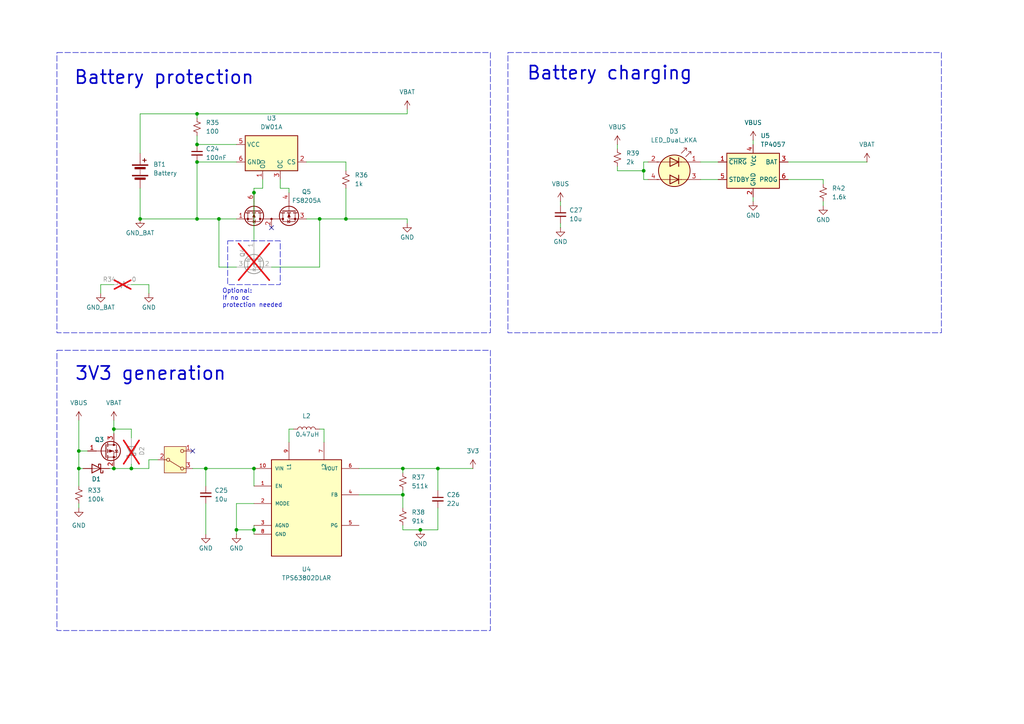
<source format=kicad_sch>
(kicad_sch (version 20250114) (generator "eeschema") (generator_version "9.0")
  (paper "A4")
  (title_block (title "Power") (date "2025-07-15") (rev "V0.1") (company "Afonso Muralha"))
  (lib_symbols
    (symbol "Battery_Management:DW01A"
      (property "Reference" "U" (at -6.604 6.35 0))
      (property "Value" "DW01A" (at 4.318 6.604 0))
      (symbol "DW01A_0_1"
        (pin power_in line (at -10.16 2.54 0) (length 2.54) (name "VCC") (number "5"))
        (pin power_in line (at -10.16 -2.54 0) (length 2.54) (name "GND") (number "6"))
        (pin output line (at -2.54 -7.62 90) (length 2.54) (name "OD") (number "1"))
        (pin output line (at 2.54 -7.62 90) (length 2.54) (name "OC") (number "3"))
        (pin input line (at 10.16 -2.54 180) (length 2.54) (name "CS") (number "2"))
      )
      (symbol "DW01A_1_1"
        (rectangle (start -7.62 5.08) (end 7.62 -5.08) (stroke (width 0.254)) (fill (type background)))
        (pin no_connect line (at 10.16 2.54 180) (length 2.54) (hide yes) (name "TD") (number "4"))
      )
    )
    (symbol "Battery_Management:TP4057"
      (property "Reference" "U" (at -6.35 6.604 0))
      (property "Value" "TP4057" (at 1.524 6.604 0))
      (symbol "TP4057_0_1"
        (rectangle (start -7.62 5.08) (end 7.62 -5.08) (stroke (width 0.254)) (fill (type background)))
      )
      (symbol "TP4057_1_1"
        (pin open_collector line (at -10.16 2.54 0) (length 2.54) (name "~{CHRG}") (number "1"))
        (pin open_collector line (at -10.16 -2.54 0) (length 2.54) (name "STDBY") (number "5"))
        (pin power_in line (at 0 7.62 270) (length 2.54) (name "V_{CC}") (number "4"))
        (pin power_in line (at 0 -7.62 90) (length 2.54) (name "GND") (number "2"))
        (pin power_out line (at 10.16 2.54 180) (length 2.54) (name "BAT") (number "3"))
        (pin passive line (at 10.16 -2.54 180) (length 2.54) (name "PROG") (number "6"))
      )
    )
    (symbol "Bongo-Cat-Fidget-Toy:TPS63802DLAR" (pin_names (offset 1.016))
      (property "Reference" "U" (at -10.16 13.97 0))
      (property "Value" "TPS63802DLAR" (at -10.16 -16.51 0))
      (symbol "TPS63802DLAR_0_0"
        (rectangle (start -10.16 -15.24) (end 10.16 12.7) (stroke (width 0.254)) (fill (type background)))
        (pin input line (at -15.24 10.16 0) (length 5.08) (name "VIN") (number "10"))
        (pin input line (at -15.24 5.08 0) (length 5.08) (name "EN") (number "1"))
        (pin input line (at -15.24 0 0) (length 5.08) (name "MODE") (number "2"))
        (pin power_in line (at -15.24 -6.35 0) (length 5.08) (name "AGND") (number "3"))
        (pin power_in line (at -15.24 -8.89 0) (length 5.08) (name "GND") (number "8"))
        (pin passive line (at -5.08 17.78 270) (length 5.08) (name "L1") (number "9"))
        (pin passive line (at 5.08 17.78 270) (length 5.08) (name "L2") (number "7"))
        (pin output line (at 15.24 10.16 180) (length 5.08) (name "VOUT") (number "6"))
        (pin input line (at 15.24 2.54 180) (length 5.08) (name "FB") (number "4"))
        (pin output line (at 15.24 -6.35 180) (length 5.08) (name "PG") (number "5"))
      )
    )
    (symbol "Device:Battery" (pin_numbers (hide yes)) (pin_names (offset 0) (hide yes))
      (property "Reference" "BT" (at 2.54 2.54 0))
      (property "Value" "Battery" (at 2.54 0 0))
      (symbol "Battery_0_1"
        (rectangle (start -2.286 1.778) (end 2.286 1.524) (fill (type outline)))
        (rectangle (start -2.286 -1.27) (end 2.286 -1.524) (fill (type outline)))
        (rectangle (start -1.524 1.016) (end 1.524 0.508) (fill (type outline)))
        (rectangle (start -1.524 -2.032) (end 1.524 -2.54) (fill (type outline)))
        (polyline (pts (xy 0 1.778) (xy 0 2.54)))
        (polyline (pts (xy 0 0) (xy 0 0.254)))
        (polyline (pts (xy 0 -0.508) (xy 0 -0.254)))
        (polyline (pts (xy 0 -1.016) (xy 0 -0.762)))
        (polyline (pts (xy 0.762 3.048) (xy 1.778 3.048)) (stroke (width 0.254)))
        (polyline (pts (xy 1.27 3.556) (xy 1.27 2.54)) (stroke (width 0.254)))
      )
      (symbol "Battery_1_1"
        (pin passive line (at 0 5.08 270) (length 2.54) (name "+") (number "1"))
        (pin passive line (at 0 -5.08 90) (length 2.54) (name "-") (number "2"))
      )
    )
    (symbol "Device:C_Small" (pin_numbers (hide yes)) (pin_names (offset 0.254) (hide yes))
      (property "Reference" "C" (at 0.254 1.778 0))
      (property "Value" "C_Small" (at 0.254 -2.032 0))
      (symbol "C_Small_0_1"
        (polyline (pts (xy -1.524 0.508) (xy 1.524 0.508)) (stroke (width 0.3048)))
        (polyline (pts (xy -1.524 -0.508) (xy 1.524 -0.508)) (stroke (width 0.3302)))
      )
      (symbol "C_Small_1_1"
        (pin passive line (at 0 2.54 270) (length 2.032) (name "~") (number "1"))
        (pin passive line (at 0 -2.54 90) (length 2.032) (name "~") (number "2"))
      )
    )
    (symbol "Device:D_Schottky" (pin_numbers (hide yes)) (pin_names (offset 1.016) (hide yes))
      (property "Reference" "D" (at 0 2.54 0))
      (property "Value" "D_Schottky" (at 0 -2.54 0))
      (symbol "D_Schottky_0_1"
        (polyline (pts (xy -1.905 0.635) (xy -1.905 1.27) (xy -1.27 1.27) (xy -1.27 -1.27) (xy -0.635 -1.27) (xy -0.635 -0.635)) (stroke (width 0.254)))
        (polyline (pts (xy 1.27 1.27) (xy 1.27 -1.27) (xy -1.27 0) (xy 1.27 1.27)) (stroke (width 0.254)))
        (polyline (pts (xy 1.27 0) (xy -1.27 0)))
      )
      (symbol "D_Schottky_1_1"
        (pin passive line (at -3.81 0 0) (length 2.54) (name "K") (number "1"))
        (pin passive line (at 3.81 0 180) (length 2.54) (name "A") (number "2"))
      )
    )
    (symbol "Device:L" (pin_numbers (hide yes)) (pin_names (offset 1.016) (hide yes))
      (property "Reference" "L" (at -1.27 0 90))
      (property "Value" "L" (at 1.905 0 90))
      (symbol "L_0_1"
        (arc (start 0 2.54) (mid 0.6323 1.905) (end 0 1.27))
        (arc (start 0 1.27) (mid 0.6323 0.635) (end 0 0))
        (arc (start 0 0) (mid 0.6323 -0.635) (end 0 -1.27))
        (arc (start 0 -1.27) (mid 0.6323 -1.905) (end 0 -2.54))
      )
      (symbol "L_1_1"
        (pin passive line (at 0 3.81 270) (length 1.27) (name "1") (number "1"))
        (pin passive line (at 0 -3.81 90) (length 1.27) (name "2") (number "2"))
      )
    )
    (symbol "Device:LED_Dual_AAKK" (pin_names (offset 0) (hide yes))
      (property "Reference" "D2" (at -0.127 11.43 0))
      (property "Value" "LED_Dual_KKA" (at -0.127 8.89 0))
      (symbol "LED_Dual_AAKK_0_1"
        (polyline (pts (xy -5.08 2.54) (xy 2.032 2.54)))
        (polyline (pts (xy -5.08 -2.54) (xy 2.032 -2.54)))
        (polyline (pts (xy -1.27 3.81) (xy -1.27 1.27) (xy 1.27 2.54) (xy -1.27 3.81)) (stroke (width 0.254)))
        (polyline (pts (xy -1.27 -1.27) (xy -1.27 -3.81) (xy 1.27 -2.54) (xy -1.27 -1.27)) (stroke (width 0.254)))
        (circle (center 0 0) (radius 4.572) (stroke (width 0.254)) (fill (type background)))
        (polyline (pts (xy 1.27 3.81) (xy 1.27 1.27)) (stroke (width 0.254)))
        (polyline (pts (xy 1.27 -1.27) (xy 1.27 -3.81)) (stroke (width 0.254)))
        (polyline (pts (xy 2.032 5.08) (xy 3.556 6.604) (xy 2.794 6.604) (xy 3.556 6.604) (xy 3.556 5.842)))
        (polyline (pts (xy 3.302 4.064) (xy 4.826 5.588) (xy 4.064 5.588) (xy 4.826 5.588) (xy 4.826 4.826)))
        (polyline (pts (xy 3.81 2.54) (xy 1.905 2.54)))
        (polyline (pts (xy 3.81 -2.54) (xy 1.905 -2.54)))
      )
      (symbol "LED_Dual_AAKK_1_1"
        (pin input line (at -7.62 2.54 0) (length 3.048) (name "A1") (number "2"))
        (pin input line (at -7.62 -2.54 0) (length 3.048) (name "A2") (number "4"))
        (pin input line (at 7.62 2.54 180) (length 3.81) (name "K1") (number "1"))
        (pin input line (at 7.62 -2.54 180) (length 3.81) (name "K2") (number "3"))
      )
    )
    (symbol "Device:Q_PMOS_GSD" (pin_names (offset 0) (hide yes))
      (property "Reference" "Q" (at 5.08 1.27 0))
      (property "Value" "Q_PMOS_GSD" (at 5.08 -1.27 0))
      (symbol "Q_PMOS_GSD_0_1"
        (polyline (pts (xy 0.254 1.905) (xy 0.254 -1.905)) (stroke (width 0.254)))
        (polyline (pts (xy 0.254 0) (xy -2.54 0)))
        (polyline (pts (xy 0.762 2.286) (xy 0.762 1.27)) (stroke (width 0.254)))
        (polyline (pts (xy 0.762 1.778) (xy 3.302 1.778) (xy 3.302 -1.778) (xy 0.762 -1.778)))
        (polyline (pts (xy 0.762 0.508) (xy 0.762 -0.508)) (stroke (width 0.254)))
        (polyline (pts (xy 0.762 -1.27) (xy 0.762 -2.286)) (stroke (width 0.254)))
        (circle (center 1.651 0) (radius 2.794) (stroke (width 0.254)))
        (polyline (pts (xy 2.286 0) (xy 1.27 0.381) (xy 1.27 -0.381) (xy 2.286 0)) (fill (type outline)))
        (polyline (pts (xy 2.54 2.54) (xy 2.54 1.778)))
        (circle (center 2.54 1.778) (radius 0.254) (fill (type outline)))
        (circle (center 2.54 -1.778) (radius 0.254) (fill (type outline)))
        (polyline (pts (xy 2.54 -2.54) (xy 2.54 0) (xy 0.762 0)))
        (polyline (pts (xy 2.794 -0.508) (xy 2.921 -0.381) (xy 3.683 -0.381) (xy 3.81 -0.254)))
        (polyline (pts (xy 3.302 -0.381) (xy 2.921 0.254) (xy 3.683 0.254) (xy 3.302 -0.381)))
      )
      (symbol "Q_PMOS_GSD_1_1"
        (pin input line (at -5.08 0 0) (length 2.54) (name "G") (number "1"))
        (pin passive line (at 2.54 5.08 270) (length 2.54) (name "D") (number "3"))
        (pin passive line (at 2.54 -5.08 90) (length 2.54) (name "S") (number "2"))
      )
    )
    (symbol "Device:R_Small_US" (pin_numbers (hide yes)) (pin_names (offset 0.254) (hide yes))
      (property "Reference" "R" (at 0.762 0.508 0))
      (property "Value" "R_Small_US" (at 0.762 -1.016 0))
      (symbol "R_Small_US_1_1"
        (polyline (pts (xy 0 1.524) (xy 1.016 1.143) (xy 0 0.762) (xy -1.016 0.381) (xy 0 0)))
        (polyline (pts (xy 0 0) (xy 1.016 -0.381) (xy 0 -0.762) (xy -1.016 -1.143) (xy 0 -1.524)))
        (pin passive line (at 0 2.54 270) (length 1.016) (name "~") (number "1"))
        (pin passive line (at 0 -2.54 90) (length 1.016) (name "~") (number "2"))
      )
    )
    (symbol "Switch:SW_SPDT_321" (pin_names (offset 1) (hide yes))
      (property "Reference" "SW" (at 0 5.08 0))
      (property "Value" "SW_SPDT_321" (at 0 -5.08 0))
      (symbol "SW_SPDT_321_0_1"
        (circle (center -2.032 0) (radius 0.4572))
        (polyline (pts (xy -1.651 0.254) (xy 1.651 2.286)))
        (circle (center 2.032 2.54) (radius 0.4572))
        (circle (center 2.032 -2.54) (radius 0.4572))
      )
      (symbol "SW_SPDT_321_1_1"
        (rectangle (start -3.175 3.81) (end 3.175 -3.81) (fill (type background)))
        (pin passive line (at -5.08 0 0) (length 2.54) (name "B") (number "2"))
        (pin passive line (at 5.08 2.54 180) (length 2.54) (name "A") (number "3"))
        (pin passive line (at 5.08 -2.54 180) (length 2.54) (name "C") (number "1"))
      )
    )
    (symbol "Transistor_FET:DMG9926UDM" (pin_names (hide yes))
      (property "Reference" "Q" (at 2.54 6.985 0))
      (property "Value" "DMG9926UDM" (at 2.54 5.08 0))
      (symbol "DMG9926UDM_0_1"
        (polyline (pts (xy -2.286 5.08) (xy -5.08 5.08)))
        (polyline (pts (xy -2.286 3.175) (xy -2.286 6.985)) (stroke (width 0.254)))
        (polyline (pts (xy -1.778 6.858) (xy 0.762 6.858) (xy 0.762 3.302) (xy -1.778 3.302)))
        (polyline (pts (xy -1.778 6.35) (xy -1.778 7.366)) (stroke (width 0.254)))
        (polyline (pts (xy -1.778 4.572) (xy -1.778 5.588)) (stroke (width 0.254)))
        (polyline (pts (xy -1.778 2.794) (xy -1.778 3.81)) (stroke (width 0.254)))
        (polyline (pts (xy -1.524 5.08) (xy -0.508 4.699) (xy -0.508 5.461) (xy -1.524 5.08)) (fill (type outline)))
        (circle (center -0.889 5.08) (radius 2.794) (stroke (width 0.254)))
        (polyline (pts (xy 0 7.62) (xy 0 5.08) (xy -1.778 5.08)))
        (circle (center 0 6.858) (radius 0.254) (fill (type outline)))
        (circle (center 0 3.302) (radius 0.254) (fill (type outline)))
        (polyline (pts (xy 0 -3.302) (xy 0 3.302)))
        (polyline (pts (xy 0.254 4.572) (xy 0.381 4.699) (xy 1.143 4.699) (xy 1.27 4.826)))
        (polyline (pts (xy 0.762 4.699) (xy 0.381 5.334) (xy 1.143 5.334) (xy 0.762 4.699)))
      )
      (symbol "DMG9926UDM_1_1"
        (polyline (pts (xy -2.286 -3.175) (xy -2.286 -6.985)) (stroke (width 0.254)))
        (polyline (pts (xy -2.286 -5.08) (xy -5.08 -5.08)))
        (polyline (pts (xy -1.778 -2.794) (xy -1.778 -3.81)) (stroke (width 0.254)))
        (polyline (pts (xy -1.778 -4.572) (xy -1.778 -5.588)) (stroke (width 0.254)))
        (polyline (pts (xy -1.778 -6.35) (xy -1.778 -7.366)) (stroke (width 0.254)))
        (polyline (pts (xy -1.778 -6.858) (xy 0.762 -6.858) (xy 0.762 -3.302) (xy -1.778 -3.302)))
        (polyline (pts (xy -1.524 -5.08) (xy -0.508 -4.699) (xy -0.508 -5.461) (xy -1.524 -5.08)) (fill (type outline)))
        (circle (center -0.889 -5.08) (radius 2.794) (stroke (width 0.254)))
        (circle (center 0 0) (radius 0.254) (fill (type outline)))
        (circle (center 0 -3.302) (radius 0.254) (fill (type outline)))
        (circle (center 0 -6.858) (radius 0.254) (fill (type outline)))
        (polyline (pts (xy 0 -7.62) (xy 0 -5.08) (xy -1.778 -5.08)))
        (polyline (pts (xy 0.254 -4.572) (xy 0.381 -4.699) (xy 1.143 -4.699) (xy 1.27 -4.826)))
        (polyline (pts (xy 0.762 -4.699) (xy 0.381 -5.334) (xy 1.143 -5.334) (xy 0.762 -4.699)))
        (pin input line (at -7.62 5.08 0) (length 2.54) (name "G1") (number "6"))
        (pin input line (at -7.62 -5.08 0) (length 2.54) (name "G2") (number "4"))
        (pin passive line (at 0 10.16 270) (length 2.54) (name "D1") (number "1"))
        (pin passive line (at 0 -10.16 90) (length 2.54) (name "S2") (number "3"))
        (pin passive line (at 2.54 0 180) (length 2.54) (name "S1/D2") (number "2"))
        (pin passive line (at 2.54 0 180) (length 2.54) (hide yes) (name "S1/D2") (number "5"))
      )
    )
    (symbol "power:+3.3V" (power) (pin_numbers (hide yes)) (pin_names (offset 0) (hide yes))
      (property "Value" "+3.3V" (at 0 3.556 0))
      (symbol "+3.3V_0_1"
        (polyline (pts (xy -0.762 1.27) (xy 0 2.54)))
        (polyline (pts (xy 0 2.54) (xy 0.762 1.27)))
        (polyline (pts (xy 0 0) (xy 0 2.54)))
      )
      (symbol "+3.3V_1_1"
        (pin power_in line (at 0 0 90) (length 0) (name "~") (number "1"))
      )
    )
    (symbol "power:+BATT" (power) (pin_numbers (hide yes)) (pin_names (offset 0) (hide yes))
      (property "Value" "+BATT" (at 0 3.556 0))
      (symbol "+BATT_0_1"
        (polyline (pts (xy -0.762 1.27) (xy 0 2.54)))
        (polyline (pts (xy 0 2.54) (xy 0.762 1.27)))
        (polyline (pts (xy 0 0) (xy 0 2.54)))
      )
      (symbol "+BATT_1_1"
        (pin power_in line (at 0 0 90) (length 0) (name "~") (number "1"))
      )
    )
    (symbol "power:GND" (power) (pin_numbers (hide yes)) (pin_names (offset 0) (hide yes))
      (property "Value" "GND" (at 0 -3.81 0))
      (symbol "GND_0_1"
        (polyline (pts (xy 0 0) (xy 0 -1.27) (xy 1.27 -1.27) (xy 0 -2.54) (xy -1.27 -1.27) (xy 0 -1.27)))
      )
      (symbol "GND_1_1"
        (pin power_in line (at 0 0 270) (length 0) (name "~") (number "1"))
      )
    )
    (symbol "power:VBUS" (power) (pin_numbers (hide yes)) (pin_names (offset 0) (hide yes))
      (property "Value" "VBUS" (at 0 3.556 0))
      (symbol "VBUS_0_1"
        (polyline (pts (xy -0.762 1.27) (xy 0 2.54)))
        (polyline (pts (xy 0 2.54) (xy 0.762 1.27)))
        (polyline (pts (xy 0 0) (xy 0 2.54)))
      )
      (symbol "VBUS_1_1"
        (pin power_in line (at 0 0 90) (length 0) (name "~") (number "1"))
      )
    )
  )
  (rectangle (start 147.32 15.24) (end 273.05 96.52) (stroke (width 0) (type dash)))
  (rectangle (start 16.51 101.6) (end 142.24 182.88) (stroke (width 0) (type dash)))
  (rectangle (start 16.51 15.24) (end 142.24 96.52) (stroke (width 0) (type dash)))
  (rectangle (start 66.04 69.85) (end 81.28 82.55) (stroke (width 0) (type dash)))
  (text "3V3 generation" (at 21.59 108.458 0) (effects (font (size 3.81 3.81) (thickness 0.4763)) (justify left)))
  (text "Battery charging" (at 152.654 21.336 0) (effects (font (size 3.81 3.81) (thickness 0.4763)) (justify left)))
  (text "Battery protection" (at 21.336 22.606 0) (effects (font (size 3.81 3.81) (thickness 0.4763)) (justify left)))
  (text_box "Optional:\nIf no oc protection needed\n" (at 63.5 82.55 0) (size 20.32 7.62) (margins 0.9525 0.9525 0.9525 0.9525) (stroke (width -0.0001)) (effects (font (size 1.27 1.27)) (justify left top)))
  (junction (at 116.84 143.51))
  (junction (at 121.92 153.67))
  (junction (at 127 135.89))
  (junction (at 63.5 63.5))
  (junction (at 33.02 124.46))
  (junction (at 57.15 33.02))
  (junction (at 73.66 55.88))
  (junction (at 73.66 135.89))
  (junction (at 57.15 41.91))
  (junction (at 59.69 135.89))
  (junction (at 22.86 135.89))
  (junction (at 68.58 153.67))
  (junction (at 38.1 135.89))
  (junction (at 100.33 63.5))
  (junction (at 40.64 63.5))
  (junction (at 57.15 63.5))
  (junction (at 186.69 49.53))
  (junction (at 57.15 46.99))
  (junction (at 92.71 63.5))
  (junction (at 33.02 135.89))
  (junction (at 73.66 153.67))
  (junction (at 22.86 130.81))
  (junction (at 116.84 135.89))
  (no_connect (at 78.74 66.04))
  (no_connect (at 55.88 130.81))
  (wire (pts (xy 186.69 46.99) (xy 187.96 46.99)))
  (wire (pts (xy 68.58 153.67) (xy 73.66 153.67)))
  (wire (pts (xy 127 147.32) (xy 127 153.67)))
  (wire (pts (xy 57.15 39.37) (xy 57.15 41.91)))
  (wire (pts (xy 83.82 54.61) (xy 83.82 55.88)))
  (wire (pts (xy 57.15 41.91) (xy 68.58 41.91)))
  (wire (pts (xy 63.5 77.47) (xy 68.58 77.47)))
  (wire (pts (xy 40.64 33.02) (xy 40.64 44.45)))
  (wire (pts (xy 57.15 33.02) (xy 118.11 33.02)))
  (wire (pts (xy 76.2 52.07) (xy 76.2 54.61)))
  (wire (pts (xy 68.58 146.05) (xy 68.58 153.67)))
  (wire (pts (xy 38.1 82.55) (xy 43.18 82.55)))
  (wire (pts (xy 22.86 121.92) (xy 22.86 130.81)))
  (wire (pts (xy 73.66 135.89) (xy 73.66 140.97)))
  (wire (pts (xy 179.07 41.91) (xy 179.07 43.18)))
  (wire (pts (xy 22.86 130.81) (xy 22.86 135.89)))
  (wire (pts (xy 73.66 153.67) (xy 73.66 154.94)))
  (wire (pts (xy 43.18 82.55) (xy 43.18 85.09)))
  (wire (pts (xy 118.11 63.5) (xy 118.11 64.77)))
  (wire (pts (xy 228.6 46.99) (xy 251.46 46.99)))
  (wire (pts (xy 116.84 142.24) (xy 116.84 143.51)))
  (wire (pts (xy 104.14 135.89) (xy 116.84 135.89)))
  (wire (pts (xy 55.88 135.89) (xy 59.69 135.89)))
  (wire (pts (xy 116.84 152.4) (xy 116.84 153.67)))
  (wire (pts (xy 73.66 152.4) (xy 73.66 153.67)))
  (wire (pts (xy 203.2 52.07) (xy 208.28 52.07)))
  (wire (pts (xy 92.71 63.5) (xy 100.33 63.5)))
  (wire (pts (xy 22.86 135.89) (xy 24.13 135.89)))
  (wire (pts (xy 22.86 135.89) (xy 22.86 140.97)))
  (wire (pts (xy 57.15 46.99) (xy 57.15 63.5)))
  (wire (pts (xy 40.64 63.5) (xy 57.15 63.5)))
  (wire (pts (xy 73.66 54.61) (xy 73.66 55.88)))
  (wire (pts (xy 33.02 121.92) (xy 33.02 124.46)))
  (wire (pts (xy 238.76 58.42) (xy 238.76 59.69)))
  (wire (pts (xy 29.21 82.55) (xy 29.21 85.09)))
  (wire (pts (xy 81.28 52.07) (xy 81.28 54.61)))
  (wire (pts (xy 218.44 40.64) (xy 218.44 41.91)))
  (wire (pts (xy 81.28 54.61) (xy 83.82 54.61)))
  (wire (pts (xy 92.71 124.46) (xy 93.98 124.46)))
  (wire (pts (xy 100.33 63.5) (xy 118.11 63.5)))
  (wire (pts (xy 59.69 135.89) (xy 59.69 140.97)))
  (wire (pts (xy 93.98 124.46) (xy 93.98 128.27)))
  (wire (pts (xy 228.6 52.07) (xy 238.76 52.07)))
  (wire (pts (xy 179.07 48.26) (xy 179.07 49.53)))
  (wire (pts (xy 116.84 135.89) (xy 116.84 137.16)))
  (wire (pts (xy 38.1 135.89) (xy 43.18 135.89)))
  (wire (pts (xy 31.75 135.89) (xy 33.02 135.89)))
  (wire (pts (xy 29.21 82.55) (xy 33.02 82.55)))
  (wire (pts (xy 116.84 143.51) (xy 116.84 147.32)))
  (wire (pts (xy 104.14 143.51) (xy 116.84 143.51)))
  (wire (pts (xy 73.66 54.61) (xy 76.2 54.61)))
  (wire (pts (xy 68.58 153.67) (xy 68.58 154.94)))
  (wire (pts (xy 203.2 46.99) (xy 208.28 46.99)))
  (wire (pts (xy 116.84 153.67) (xy 121.92 153.67)))
  (wire (pts (xy 22.86 130.81) (xy 25.4 130.81)))
  (wire (pts (xy 88.9 46.99) (xy 100.33 46.99)))
  (wire (pts (xy 179.07 49.53) (xy 186.69 49.53)))
  (wire (pts (xy 88.9 63.5) (xy 92.71 63.5)))
  (wire (pts (xy 57.15 33.02) (xy 57.15 34.29)))
  (wire (pts (xy 22.86 146.05) (xy 22.86 147.32)))
  (wire (pts (xy 100.33 46.99) (xy 100.33 49.53)))
  (wire (pts (xy 127 135.89) (xy 137.16 135.89)))
  (wire (pts (xy 116.84 135.89) (xy 127 135.89)))
  (wire (pts (xy 68.58 146.05) (xy 73.66 146.05)))
  (wire (pts (xy 127 135.89) (xy 127 142.24)))
  (wire (pts (xy 33.02 124.46) (xy 33.02 125.73)))
  (wire (pts (xy 186.69 52.07) (xy 187.96 52.07)))
  (wire (pts (xy 92.71 63.5) (xy 92.71 77.47)))
  (wire (pts (xy 40.64 33.02) (xy 57.15 33.02)))
  (wire (pts (xy 73.66 55.88) (xy 73.66 69.85)))
  (wire (pts (xy 121.92 153.67) (xy 127 153.67)))
  (wire (pts (xy 40.64 54.61) (xy 40.64 63.5)))
  (wire (pts (xy 218.44 57.15) (xy 218.44 58.42)))
  (wire (pts (xy 162.56 64.77) (xy 162.56 66.04)))
  (wire (pts (xy 59.69 135.89) (xy 73.66 135.89)))
  (wire (pts (xy 59.69 146.05) (xy 59.69 154.94)))
  (wire (pts (xy 162.56 58.42) (xy 162.56 59.69)))
  (wire (pts (xy 63.5 63.5) (xy 68.58 63.5)))
  (wire (pts (xy 43.18 133.35) (xy 43.18 135.89)))
  (wire (pts (xy 85.09 124.46) (xy 83.82 124.46)))
  (wire (pts (xy 186.69 46.99) (xy 186.69 49.53)))
  (wire (pts (xy 57.15 63.5) (xy 63.5 63.5)))
  (wire (pts (xy 38.1 134.62) (xy 38.1 135.89)))
  (wire (pts (xy 33.02 135.89) (xy 38.1 135.89)))
  (wire (pts (xy 38.1 127) (xy 38.1 124.46)))
  (wire (pts (xy 63.5 63.5) (xy 63.5 77.47)))
  (wire (pts (xy 45.72 133.35) (xy 43.18 133.35)))
  (wire (pts (xy 118.11 31.75) (xy 118.11 33.02)))
  (wire (pts (xy 78.74 77.47) (xy 92.71 77.47)))
  (wire (pts (xy 186.69 49.53) (xy 186.69 52.07)))
  (wire (pts (xy 57.15 46.99) (xy 68.58 46.99)))
  (wire (pts (xy 100.33 54.61) (xy 100.33 63.5)))
  (wire (pts (xy 33.02 124.46) (xy 38.1 124.46)))
  (wire (pts (xy 238.76 52.07) (xy 238.76 53.34)))
  (wire (pts (xy 83.82 124.46) (xy 83.82 128.27)))
  (symbol (lib_id "power:GND") (at 162.56 66.04 0) (unit 1)
    (property "Reference" "#PWR084" (effects (hide yes)))
    (property "Value" "GND" (at 162.56 70.104 0))
    (property "Description" "Power symbol creates a global label with name \"GND\" , ground" (effects (hide yes)))
  )
  (symbol (lib_id "power:GND") (at 29.21 85.09 0) (unit 1)
    (property "Reference" "#PWR073" (effects (hide yes)))
    (property "Value" "GND_BAT" (at 29.21 89.154 0))
    (property "Description" "Power symbol creates a global label with name \"GND\" , ground" (effects (hide yes)))
  )
  (symbol (lib_id "power:GND") (at 118.11 64.77 0) (unit 1)
    (property "Reference" "#PWR080" (effects (hide yes)))
    (property "Value" "GND" (at 118.11 68.834 0))
    (property "Description" "Power symbol creates a global label with name \"GND\" , ground" (effects (hide yes)))
  )
  (symbol (lib_id "Device:R_Small_US") (at 57.15 36.83 0) (unit 1)
    (property "Reference" "R35" (at 59.69 35.5599 0) (effects (justify left)))
    (property "Value" "100" (at 59.69 38.0999 0) (effects (justify left)))
    (property "Footprint" "Resistor_SMD:R_0402_1005Metric" (effects (hide yes)))
    (property "Description" "Resistor, small US symbol" (effects (hide yes)))
  )
  (symbol (lib_id "Device:R_Small_US") (at 35.56 82.55 90) (unit 1) (dnp yes)
    (property "Reference" "R34" (at 31.75 81.026 90))
    (property "Value" "0" (at 38.862 81.026 90))
    (property "Footprint" "Resistor_SMD:R_0402_1005Metric" (effects (hide yes)))
    (property "Description" "Resistor, small US symbol" (effects (hide yes)))
  )
  (symbol (lib_id "Device:C_Small") (at 59.69 143.51 0) (unit 1)
    (property "Reference" "C25" (at 62.23 142.2462 0) (effects (justify left)))
    (property "Value" "10u" (at 62.23 144.7862 0) (effects (justify left)))
    (property "Footprint" "Capacitor_SMD:C_0603_1608Metric" (effects (hide yes)))
    (property "LCSC" "C95839" (effects (hide yes)))
  )
  (symbol (lib_id "power:+BATT") (at 251.46 46.99 0) (unit 1)
    (property "Reference" "#PWR090" (effects (hide yes)))
    (property "Value" "VBAT" (at 251.46 41.91 0))
    (property "Description" "Power symbol creates a global label with name \"+BATT\"" (effects (hide yes)))
  )
  (symbol (lib_id "Device:R_Small_US") (at 179.07 45.72 0) (unit 1)
    (property "Reference" "R39" (at 181.61 44.4499 0) (effects (justify left)))
    (property "Value" "2k" (at 181.61 46.9899 0) (effects (justify left)))
    (property "Footprint" "Resistor_SMD:R_0402_1005Metric" (effects (hide yes)))
    (property "Description" "Resistor, small US symbol" (effects (hide yes)))
  )
  (symbol (lib_id "power:GND") (at 68.58 154.94 0) (unit 1)
    (property "Reference" "#PWR078" (effects (hide yes)))
    (property "Value" "GND" (at 68.58 159.004 0))
    (property "Description" "Power symbol creates a global label with name \"GND\" , ground" (effects (hide yes)))
  )
  (symbol (lib_id "Battery_Management:DW01A") (at 78.74 44.45 0) (unit 1)
    (property "Reference" "U3" (at 78.74 34.29 0))
    (property "Value" "DW01A" (at 78.74 36.83 0))
    (property "Footprint" "Package_TO_SOT_SMD:SOT-23-6" (effects (hide yes)))
    (property "Datasheet" "https://hmsemi.com/downfile/DW01A.PDF" (effects (hide yes)))
    (property "Description" "Overcharge, overcurrent and overdischarge protection IC for single cell lithium-ion/polymer battery" (effects (hide yes)))
  )
  (symbol (lib_id "Battery_Management:TP4057") (at 218.44 49.53 0) (unit 1)
    (property "Reference" "U5" (at 220.5833 39.37 0) (effects (justify left)))
    (property "Value" "TP4057" (at 220.5833 41.91 0) (effects (justify left)))
    (property "Footprint" "Package_TO_SOT_SMD:TSOT-23-6" (effects (hide yes)))
    (property "Datasheet" "http://toppwr.com/uploadfile/file/20230304/640302a47b738.pdf" (effects (hide yes)))
    (property "Description" "Constant-current/constant-voltage linear charger for single cell lithium-ion batteries with 2.9V Trickle Charge, 4.5V to 6.5V VDD, -40 to +85 degree Celsius, TSOT-23-6" (effects (hide yes)))
  )
  (symbol (lib_id "Device:R_Small_US") (at 238.76 55.88 0) (unit 1)
    (property "Reference" "R42" (at 241.3 54.6099 0) (effects (justify left)))
    (property "Value" "1.6k" (at 241.3 57.1499 0) (effects (justify left)))
    (property "Footprint" "Resistor_SMD:R_0402_1005Metric" (effects (hide yes)))
    (property "Description" "Resistor, small US symbol" (effects (hide yes)))
  )
  (symbol (lib_id "Bongo-Cat-Fidget-Toy:TPS63802DLAR") (at 88.9 146.05 0) (unit 1)
    (property "Reference" "U4" (at 88.9 165.1 0))
    (property "Value" "TPS63802DLAR" (at 88.9 167.64 0))
    (property "Footprint" "TamagotchiThing:VREG_TPS63802DLAR" (effects (hide yes)))
    (property "MF" "Texas Instruments" (effects (hide yes)))
    (property "MAXIMUM_PACKAGE_HEIGHT" "1.0 mm" (effects (hide yes)))
    (property "Package" "VSON-HR-10 Texas Instruments" (effects (hide yes)))
    (property "Price" "None" (effects (hide yes)))
    (property "Check_prices" "https://www.snapeda.com/parts/TPS63802DLAR/Texas+Instruments/view-part/?ref=eda" (effects (hide yes)))
    (property "STANDARD" "Manufacturer Recommendations" (effects (hide yes)))
    (property "PARTREV" "B" (effects (hide yes)))
    (property "SnapEDA_Link" "https://www.snapeda.com/parts/TPS63802DLAR/Texas+Instruments/view-part/?ref=snap" (effects (hide yes)))
    (property "MP" "TPS63802DLAR" (effects (hide yes)))
    (property "Purchase-URL" "https://www.snapeda.com/api/url_track_click_mouser/?unipart_id=4449206&manufacturer=Texas Instruments&part_name=TPS63802DLAR&search_term=tps63802" (effects (hide yes)))
    (property "Description_1" "\n2-A, high-efficient, 11-µA quiescent current buck-boost converter in QFN/DFN package\n" (effects (hide yes)))
    (property "Availability" "In Stock" (effects (hide yes)))
    (property "MANUFACTURER" "Texas Instruments" (effects (hide yes)))
    (property "LCSC" "C2845237" (effects (hide yes)))
  )
  (symbol (lib_id "power:VBUS") (at 218.44 40.64 0) (unit 1)
    (property "Reference" "#PWR086" (effects (hide yes)))
    (property "Value" "VBUS" (at 218.44 35.56 0))
    (property "Description" "Power symbol creates a global label with name \"VBUS\"" (effects (hide yes)))
  )
  (symbol (lib_id "power:GND") (at 121.92 153.67 0) (unit 1)
    (property "Reference" "#PWR081" (effects (hide yes)))
    (property "Value" "GND" (at 121.92 157.734 0))
    (property "Description" "Power symbol creates a global label with name \"GND\" , ground" (effects (hide yes)))
  )
  (symbol (lib_id "power:+BATT") (at 118.11 31.75 0) (unit 1)
    (property "Reference" "#PWR079" (effects (hide yes)))
    (property "Value" "VBAT" (at 118.11 26.67 0))
    (property "Description" "Power symbol creates a global label with name \"+BATT\"" (effects (hide yes)))
  )
  (symbol (lib_id "power:GND") (at 59.69 154.94 0) (unit 1)
    (property "Reference" "#PWR077" (effects (hide yes)))
    (property "Value" "GND" (at 59.69 159.004 0))
    (property "Description" "Power symbol creates a global label with name \"GND\" , ground" (effects (hide yes)))
  )
  (symbol (lib_id "power:GND") (at 40.64 63.5 0) (unit 1)
    (property "Reference" "#PWR075" (effects (hide yes)))
    (property "Value" "GND_BAT" (at 40.64 67.564 0))
    (property "Description" "Power symbol creates a global label with name \"GND\" , ground" (effects (hide yes)))
  )
  (symbol (lib_id "Device:C_Small") (at 127 144.78 0) (unit 1)
    (property "Reference" "C26" (at 129.54 143.5163 0) (effects (justify left)))
    (property "Value" "22u" (at 129.54 146.0563 0) (effects (justify left)))
    (property "Footprint" "Capacitor_SMD:C_0603_1608Metric" (effects (hide yes)))
    (property "LCSC" "C59461" (effects (hide yes)))
  )
  (symbol (lib_id "Device:R_Small_US") (at 22.86 143.51 0) (unit 1)
    (property "Reference" "R33" (at 25.4 142.2399 0) (effects (justify left)))
    (property "Value" "100k" (at 25.4 144.7799 0) (effects (justify left)))
    (property "Footprint" "Resistor_SMD:R_0402_1005Metric" (effects (hide yes)))
    (property "Description" "Resistor, small US symbol" (effects (hide yes)))
  )
  (symbol (lib_id "power:VBUS") (at 179.07 41.91 0) (unit 1)
    (property "Reference" "#PWR085" (effects (hide yes)))
    (property "Value" "VBUS" (at 179.07 36.83 0))
    (property "Description" "Power symbol creates a global label with name \"VBUS\"" (effects (hide yes)))
  )
  (symbol (lib_id "Device:L") (at 88.9 124.46 90) (unit 1)
    (property "Reference" "L2" (at 88.9 120.65 90))
    (property "Value" "0.47uH" (at 89.154 125.984 90))
    (property "Footprint" "Inductor_SMD_Wurth:L_Wurth_WE-LQSH-2010" (effects (hide yes)))
    (property "Description" "Inductor" (effects (hide yes)))
    (property "LCSC" "C89446" (effects (hide yes)))
  )
  (symbol (lib_id "power:+3.3V") (at 137.16 135.89 0) (unit 1)
    (property "Reference" "#PWR082" (effects (hide yes)))
    (property "Value" "3V3" (at 137.16 130.81 0))
    (property "Description" "Power symbol creates a global label with name \"+3.3V\"" (effects (hide yes)))
  )
  (symbol (lib_id "Device:D_Schottky") (at 27.94 135.89 180) (unit 1)
    (property "Reference" "D1" (at 27.94 138.938 0))
    (property "Value" "D_Schottky" (effects (hide yes)))
    (property "Footprint" "Diode_SMD:D_SOD-123F" (effects (hide yes)))
    (property "Description" "Schottky diode" (effects (hide yes)))
    (property "LCSC" "C50553" (effects (hide yes)))
  )
  (symbol (lib_id "power:VBUS") (at 22.86 121.92 0) (unit 1)
    (property "Reference" "#PWR071" (effects (hide yes)))
    (property "Value" "VBUS" (at 22.86 116.84 0))
    (property "Description" "Power symbol creates a global label with name \"VBUS\"" (effects (hide yes)))
  )
  (symbol (lib_id "Device:LED_Dual_AAKK") (at 195.58 49.53 0) (unit 1)
    (property "Reference" "D3" (at 195.453 38.1 0))
    (property "Value" "LED_Dual_KKA" (at 195.453 40.64 0))
    (property "Footprint" "TamagotchiThing:LED-SMD_4P-L1.6-W1.5-TL-1" (effects (hide yes)))
    (property "Description" "Dual LED, cathodes on pins 3 and 4" (effects (hide yes)))
    (property "LCSC" "C965839" (effects (hide yes)))
  )
  (symbol (lib_id "Device:D_Schottky") (at 38.1 130.81 90) (unit 1) (in_bom no) (dnp yes)
    (property "Reference" "D2" (at 41.148 130.81 0))
    (property "Value" "D_Schottky" (effects (hide yes)))
    (property "Footprint" "Diode_SMD:D_SOD-123F" (effects (hide yes)))
    (property "Description" "Schottky diode" (effects (hide yes)))
    (property "LCSC" "C50553" (effects (hide yes)))
  )
  (symbol (lib_id "Device:Battery") (at 40.64 49.53 0) (unit 1)
    (property "Reference" "BT1" (at 44.45 47.6884 0) (effects (justify left)))
    (property "Value" "Battery" (at 44.45 50.2284 0) (effects (justify left)))
    (property "Footprint" "TamagotchiThing:Battery_Pads_4x4" (effects (hide yes)))
    (property "Description" "Multiple-cell battery" (effects (hide yes)))
    (property "LCSC" "C70377" (effects (hide yes)))
  )
  (symbol (lib_id "Device:R_Small_US") (at 116.84 149.86 0) (unit 1)
    (property "Reference" "R38" (at 119.38 148.5899 0) (effects (justify left)))
    (property "Value" "91k" (at 119.38 151.1299 0) (effects (justify left)))
    (property "Footprint" "Resistor_SMD:R_0402_1005Metric" (effects (hide yes)))
    (property "Description" "Resistor, small US symbol" (effects (hide yes)))
    (property "LCSC" "C326721" (effects (hide yes)))
  )
  (symbol (lib_id "Device:C_Small") (at 57.15 44.45 0) (unit 1)
    (property "Reference" "C24" (at 59.69 43.1862 0) (effects (justify left)))
    (property "Value" "100nF" (at 59.69 45.7262 0) (effects (justify left)))
    (property "Footprint" "Capacitor_SMD:C_0402_1005Metric" (effects (hide yes)))
    (property "Description" "Unpolarized capacitor, small symbol" (effects (hide yes)))
  )
  (symbol (lib_id "power:GND") (at 238.76 59.69 0) (unit 1)
    (property "Reference" "#PWR089" (effects (hide yes)))
    (property "Value" "GND" (at 238.76 63.754 0))
    (property "Description" "Power symbol creates a global label with name \"GND\" , ground" (effects (hide yes)))
  )
  (symbol (lib_id "power:GND") (at 43.18 85.09 0) (unit 1)
    (property "Reference" "#PWR076" (effects (hide yes)))
    (property "Value" "GND" (at 43.18 89.154 0))
    (property "Description" "Power symbol creates a global label with name \"GND\" , ground" (effects (hide yes)))
  )
  (symbol (lib_id "power:+BATT") (at 33.02 121.92 0) (unit 1)
    (property "Reference" "#PWR074" (effects (hide yes)))
    (property "Value" "VBAT" (at 33.02 116.84 0))
    (property "Description" "Power symbol creates a global label with name \"+BATT\"" (effects (hide yes)))
  )
  (symbol (lib_id "Device:R_Small_US") (at 116.84 139.7 0) (unit 1)
    (property "Reference" "R37" (at 119.38 138.4299 0) (effects (justify left)))
    (property "Value" "511k" (at 119.38 140.9699 0) (effects (justify left)))
    (property "Footprint" "Resistor_SMD:R_0402_1005Metric" (effects (hide yes)))
    (property "Description" "Resistor, small US symbol" (effects (hide yes)))
    (property "LCSC" "C2684557" (effects (hide yes)))
  )
  (symbol (lib_id "power:GND") (at 218.44 58.42 0) (unit 1)
    (property "Reference" "#PWR088" (effects (hide yes)))
    (property "Value" "GND" (at 218.44 62.484 0))
    (property "Description" "Power symbol creates a global label with name \"GND\" , ground" (effects (hide yes)))
  )
  (symbol (lib_id "Device:C_Small") (at 162.56 62.23 0) (unit 1)
    (property "Reference" "C27" (at 165.1 60.9662 0) (effects (justify left)))
    (property "Value" "10u" (at 165.1 63.5062 0) (effects (justify left)))
    (property "Footprint" "Capacitor_SMD:C_0603_1608Metric" (effects (hide yes)))
    (property "LCSC" "C95839" (effects (hide yes)))
  )
  (symbol (lib_id "power:GND") (at 22.86 147.32 0) (unit 1)
    (property "Reference" "#PWR072" (effects (hide yes)))
    (property "Value" "GND" (at 22.86 152.4 0))
    (property "Description" "Power symbol creates a global label with name \"GND\" , ground" (effects (hide yes)))
  )
  (symbol (lib_id "Device:Q_PMOS_GSD") (at 30.48 130.81 0) (unit 1)
    (property "Reference" "Q3" (at 27.432 127.508 0) (effects (justify left)))
    (property "Value" "AO3401A" (effects (hide yes)))
    (property "Footprint" "Package_TO_SOT_SMD:SOT-23" (effects (hide yes)))
    (property "Description" "P-MOSFET transistor, gate/source/drain" (effects (hide yes)))
    (property "LCSC" "C15127" (effects (hide yes)))
  )
  (symbol (lib_id "Device:R_Small_US") (at 100.33 52.07 0) (unit 1)
    (property "Reference" "R36" (at 102.87 50.7999 0) (effects (justify left)))
    (property "Value" "1k" (at 102.87 53.3399 0) (effects (justify left)))
    (property "Footprint" "Resistor_SMD:R_0402_1005Metric" (effects (hide yes)))
    (property "Description" "Resistor, small US symbol" (effects (hide yes)))
  )
  (symbol (lib_id "Transistor_FET:DMG9926UDM") (at 78.74 63.5 90) (mirror x) (unit 1)
    (property "Reference" "Q5" (at 88.9 55.626 90))
    (property "Value" "FS8205A" (at 88.9 58.166 90))
    (property "Footprint" "Package_TO_SOT_SMD:SOT-23-6" (effects (hide yes)))
    (property "Datasheet" "https://www.diodes.com/assets/Datasheets/ds31770.pdf" (effects (hide yes)))
    (property "Description" "4.2A Id, 20V Vds, Common-Drain, Dual Half Bridge N-Channel MOSFET, 28mOhm Ron, SOT-23-6" (effects (hide yes)))
  )
  (symbol (lib_id "power:VBUS") (at 162.56 58.42 0) (unit 1)
    (property "Reference" "#PWR083" (effects (hide yes)))
    (property "Value" "VBUS" (at 162.56 53.34 0))
    (property "Description" "Power symbol creates a global label with name \"VBUS\"" (effects (hide yes)))
  )
  (symbol (lib_id "Device:Q_PMOS_GSD") (at 73.66 74.93 90) (mirror x) (unit 1) (dnp yes)
    (property "Reference" "Q4" (at 70.358 71.882 0) (effects (justify left)))
    (property "Value" "AO3401A" (effects (hide yes)))
    (property "Footprint" "Package_TO_SOT_SMD:SOT-23" (effects (hide yes)))
    (property "Description" "P-MOSFET transistor, gate/source/drain" (effects (hide yes)))
    (property "LCSC" "C15127" (effects (hide yes)))
  )
  (symbol (lib_id "Switch:SW_SPDT_321") (at 50.8 133.35 0) (mirror x) (unit 1)
    (property "Reference" "SW6" (effects (hide yes)))
    (property "Value" "SW_SPDT_321" (effects (hide yes)))
    (property "Footprint" "TamagotchiThing:SW-SMD_SK-3245S-L1-A-1" (effects (hide yes)))
    (property "Description" "Switch, single pole double throw" (effects (hide yes)))
    (property "LCSC" "C500049" (effects (hide yes)))
  )
)
</source>
